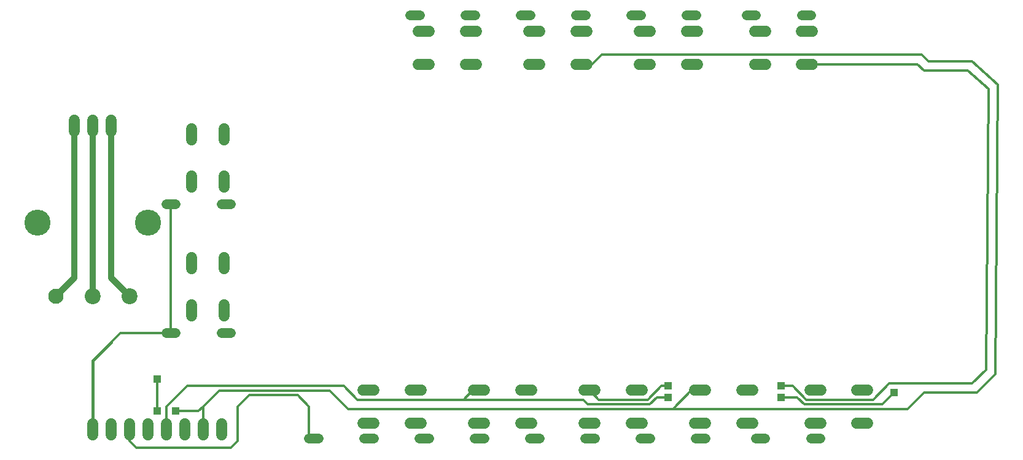
<source format=gbl>
G75*
G70*
%OFA0B0*%
%FSLAX24Y24*%
%IPPOS*%
%LPD*%
%AMOC8*
5,1,8,0,0,1.08239X$1,22.5*
%
%ADD10C,0.0600*%
%ADD11C,0.1417*%
%ADD12C,0.0827*%
%ADD13C,0.0866*%
%ADD14C,0.0520*%
%ADD15C,0.0320*%
%ADD16C,0.0120*%
%ADD17R,0.0396X0.0396*%
%ADD18C,0.0160*%
D10*
X004851Y001563D02*
X004851Y002163D01*
X005851Y002163D02*
X005851Y001563D01*
X006851Y001563D02*
X006851Y002163D01*
X007851Y002163D02*
X007851Y001563D01*
X008851Y001563D02*
X008851Y002163D01*
X009851Y002163D02*
X009851Y001563D01*
X010851Y001563D02*
X010851Y002163D01*
X011851Y002163D02*
X011851Y001563D01*
X019521Y002223D02*
X020121Y002223D01*
X022081Y002223D02*
X022681Y002223D01*
X025521Y002223D02*
X026121Y002223D01*
X028081Y002223D02*
X028681Y002223D01*
X031521Y002223D02*
X032121Y002223D01*
X034081Y002223D02*
X034681Y002223D01*
X037521Y002223D02*
X038121Y002223D01*
X040081Y002223D02*
X040681Y002223D01*
X043771Y002223D02*
X044371Y002223D01*
X046331Y002223D02*
X046931Y002223D01*
X046931Y004003D02*
X046331Y004003D01*
X044371Y004003D02*
X043771Y004003D01*
X040681Y004003D02*
X040081Y004003D01*
X038121Y004003D02*
X037521Y004003D01*
X034681Y004003D02*
X034081Y004003D01*
X032121Y004003D02*
X031521Y004003D01*
X028681Y004003D02*
X028081Y004003D01*
X026121Y004003D02*
X025521Y004003D01*
X022681Y004003D02*
X022081Y004003D01*
X020121Y004003D02*
X019521Y004003D01*
X011991Y008033D02*
X011991Y008633D01*
X010211Y008633D02*
X010211Y008033D01*
X010211Y010593D02*
X010211Y011193D01*
X011991Y011193D02*
X011991Y010593D01*
X011991Y015033D02*
X011991Y015633D01*
X010211Y015633D02*
X010211Y015033D01*
X010211Y017593D02*
X010211Y018193D01*
X011991Y018193D02*
X011991Y017593D01*
X005851Y018063D02*
X005851Y018663D01*
X004851Y018663D02*
X004851Y018063D01*
X003851Y018063D02*
X003851Y018663D01*
X022521Y021723D02*
X023121Y021723D01*
X025081Y021723D02*
X025681Y021723D01*
X028521Y021723D02*
X029121Y021723D01*
X031081Y021723D02*
X031681Y021723D01*
X034521Y021723D02*
X035121Y021723D01*
X037081Y021723D02*
X037681Y021723D01*
X040771Y021723D02*
X041371Y021723D01*
X043331Y021723D02*
X043931Y021723D01*
X043931Y023503D02*
X043331Y023503D01*
X041371Y023503D02*
X040771Y023503D01*
X037681Y023503D02*
X037081Y023503D01*
X035121Y023503D02*
X034521Y023503D01*
X031681Y023503D02*
X031081Y023503D01*
X029121Y023503D02*
X028521Y023503D01*
X025681Y023503D02*
X025081Y023503D01*
X023121Y023503D02*
X022521Y023503D01*
D11*
X007851Y013113D03*
X001851Y013113D03*
D12*
X002851Y009113D03*
D13*
X004851Y009113D03*
X006851Y009113D03*
D14*
X008841Y007113D02*
X009361Y007113D01*
X011841Y007113D02*
X012361Y007113D01*
X016591Y001363D02*
X017111Y001363D01*
X019591Y001363D02*
X020111Y001363D01*
X022591Y001363D02*
X023111Y001363D01*
X025591Y001363D02*
X026111Y001363D01*
X028591Y001363D02*
X029111Y001363D01*
X031591Y001363D02*
X032111Y001363D01*
X034591Y001363D02*
X035111Y001363D01*
X037591Y001363D02*
X038111Y001363D01*
X040841Y001363D02*
X041361Y001363D01*
X043841Y001363D02*
X044361Y001363D01*
X012361Y014113D02*
X011841Y014113D01*
X009361Y014113D02*
X008841Y014113D01*
X022091Y024363D02*
X022611Y024363D01*
X025091Y024363D02*
X025611Y024363D01*
X028091Y024363D02*
X028611Y024363D01*
X031091Y024363D02*
X031611Y024363D01*
X034091Y024363D02*
X034611Y024363D01*
X037091Y024363D02*
X037611Y024363D01*
X040341Y024363D02*
X040861Y024363D01*
X043341Y024363D02*
X043861Y024363D01*
D15*
X006851Y009113D02*
X005851Y010113D01*
X005851Y018363D01*
X004851Y018363D02*
X004851Y009113D01*
X003851Y010113D02*
X002851Y009113D01*
X003851Y010113D02*
X003851Y018363D01*
D16*
X009101Y014113D02*
X009101Y007113D01*
X006351Y007113D01*
X005851Y006613D01*
X008351Y004613D02*
X008351Y002863D01*
X008851Y003113D02*
X008851Y001863D01*
X007226Y000863D02*
X006851Y001238D01*
X006851Y001863D01*
X007226Y000863D02*
X012351Y000863D01*
X012726Y001238D01*
X012726Y003113D01*
X013351Y003738D01*
X015976Y003738D01*
X016601Y003113D01*
X016601Y001613D01*
X016851Y001363D01*
X018726Y002988D02*
X017726Y003988D01*
X011726Y003988D01*
X010851Y003113D01*
X010601Y002863D01*
X009351Y002863D01*
X008851Y003113D02*
X009976Y004238D01*
X018476Y004238D01*
X019226Y003488D01*
X024976Y003488D01*
X031476Y003488D01*
X031726Y003238D01*
X035101Y003238D01*
X035476Y003613D01*
X036101Y003613D01*
X036101Y004238D02*
X035726Y004238D01*
X034976Y003488D01*
X032336Y003488D01*
X031821Y004003D01*
X036351Y002988D02*
X049101Y002988D01*
X049976Y003863D01*
X052851Y003863D01*
X053851Y004863D01*
X053976Y020613D01*
X052601Y021863D01*
X050226Y021863D01*
X049851Y022238D01*
X032476Y022238D01*
X031961Y021723D01*
X031381Y021723D01*
X043631Y021723D02*
X049616Y021723D01*
X049976Y021363D01*
X052351Y021363D01*
X053476Y020363D01*
X053351Y005113D01*
X052601Y004363D01*
X048101Y004363D01*
X047226Y003488D01*
X043601Y003488D01*
X042851Y004238D01*
X042226Y004238D01*
X042226Y003613D02*
X043101Y003613D01*
X043476Y003238D01*
X047726Y003238D01*
X048351Y003863D01*
X037821Y004003D02*
X037366Y004003D01*
X036351Y002988D01*
X018726Y002988D01*
X024976Y003488D02*
X025491Y004003D01*
X025821Y004003D01*
X010851Y003113D02*
X010851Y001863D01*
D17*
X009351Y002863D03*
X008351Y002863D03*
X008351Y004613D03*
X036101Y004238D03*
X036101Y003613D03*
X042226Y003613D03*
X042226Y004238D03*
X048351Y003863D03*
D18*
X005851Y006613D02*
X004851Y005613D01*
X004851Y001863D01*
X025381Y024333D02*
X025351Y024363D01*
X031351Y024363D02*
X031381Y024333D01*
X037351Y024363D02*
X037381Y024333D01*
X043601Y024363D02*
X043631Y024333D01*
M02*

</source>
